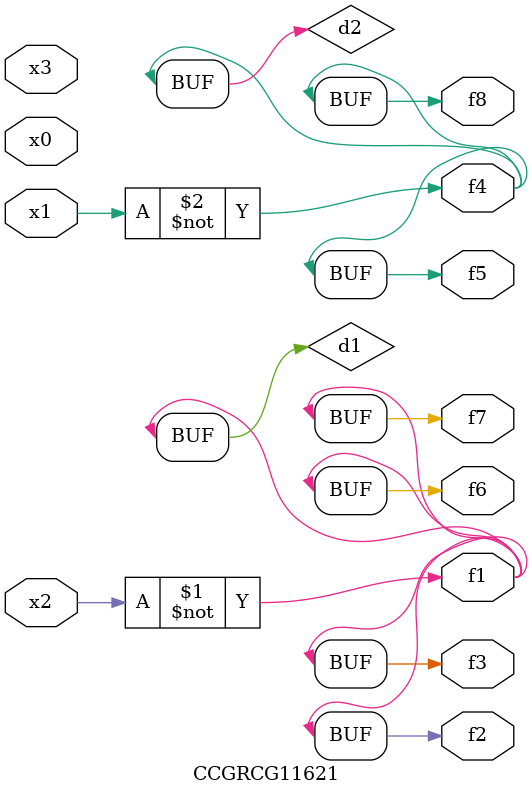
<source format=v>
module CCGRCG11621(
	input x0, x1, x2, x3,
	output f1, f2, f3, f4, f5, f6, f7, f8
);

	wire d1, d2;

	xnor (d1, x2);
	not (d2, x1);
	assign f1 = d1;
	assign f2 = d1;
	assign f3 = d1;
	assign f4 = d2;
	assign f5 = d2;
	assign f6 = d1;
	assign f7 = d1;
	assign f8 = d2;
endmodule

</source>
